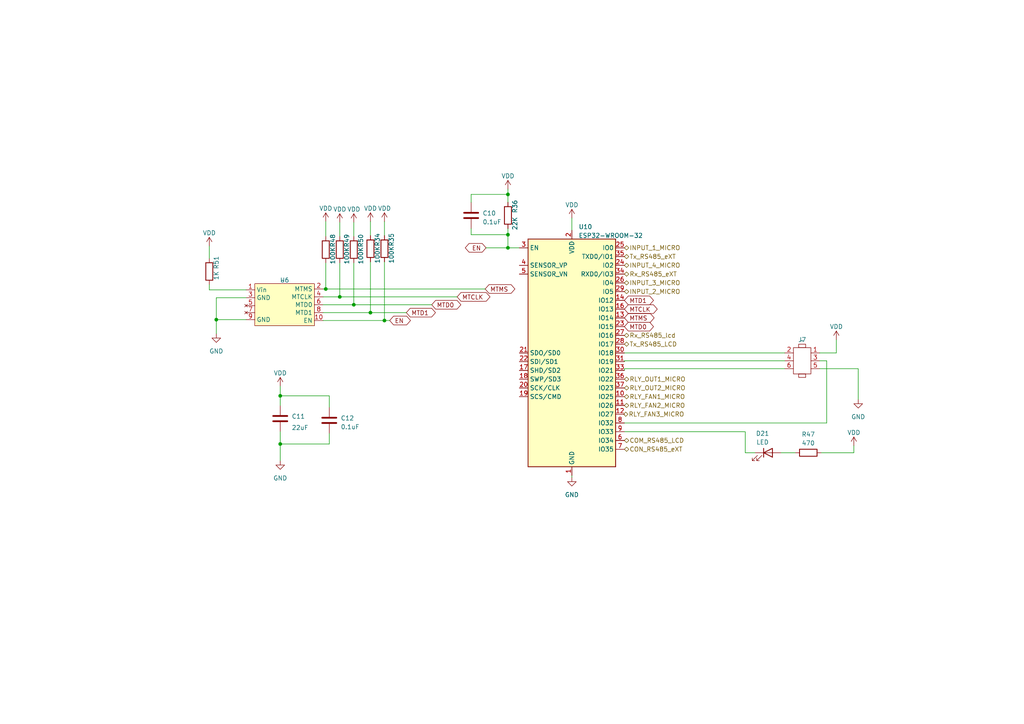
<source format=kicad_sch>
(kicad_sch (version 20230121) (generator eeschema)
  (paper "A4")
  (lib_symbols
    (symbol "Device:C" (pin_numbers hide) (pin_names (offset 0.254))
      (property "Reference" "C" (at 0.635 2.54 0))
      (property "Value" "C" (at 0.635 -2.54 0))
      (symbol "C_0_1"
        (polyline (pts (xy -2.032 -0.762) (xy 2.032 -0.762)) (stroke (width 0.508)))
        (polyline (pts (xy -2.032 0.762) (xy 2.032 0.762)) (stroke (width 0.508)))
      )
      (symbol "C_1_1"
        (pin passive line (at 0 3.81 270) (length 2.794) (name "~") (number "1"))
        (pin passive line (at 0 -3.81 90) (length 2.794) (name "~") (number "2"))
      )
    )
    (symbol "Device:LED" (pin_numbers hide) (pin_names (offset 1.016) hide)
      (property "Reference" "D" (at 0 2.54 0))
      (property "Value" "LED" (at 0 -2.54 0))
      (symbol "LED_0_1"
        (polyline (pts (xy -1.27 -1.27) (xy -1.27 1.27)) (stroke (width 0.254)))
        (polyline (pts (xy -1.27 0) (xy 1.27 0)))
        (polyline (pts (xy 1.27 -1.27) (xy 1.27 1.27) (xy -1.27 0) (xy 1.27 -1.27)) (stroke (width 0.254)))
        (polyline (pts (xy -3.048 -0.762) (xy -4.572 -2.286) (xy -3.81 -2.286) (xy -4.572 -2.286) (xy -4.572 -1.524)))
        (polyline (pts (xy -1.778 -0.762) (xy -3.302 -2.286) (xy -2.54 -2.286) (xy -3.302 -2.286) (xy -3.302 -1.524)))
      )
      (symbol "LED_1_1"
        (pin passive line (at -3.81 0 0) (length 2.54) (name "K") (number "1"))
        (pin passive line (at 3.81 0 180) (length 2.54) (name "A") (number "2"))
      )
    )
    (symbol "Device:R" (pin_numbers hide) (pin_names (offset 0))
      (property "Reference" "R" (at 2.032 0 90))
      (property "Value" "R" (at 0 0 90))
      (symbol "R_0_1"
        (rectangle (start -1.016 -2.54) (end 1.016 2.54) (stroke (width 0.254)))
      )
      (symbol "R_1_1"
        (pin passive line (at 0 3.81 270) (length 1.27) (name "~") (number "1"))
        (pin passive line (at 0 -3.81 90) (length 1.27) (name "~") (number "2"))
      )
    )
    (symbol "New_Library:ESP32-JTAG"
      (property "Reference" "U" (at 0 0 0))
      (symbol "ESP32-JTAG_0_1"
        (rectangle (start -8.128 -1.016) (end 9.144 -13.208) (fill (type background)))
      )
      (symbol "ESP32-JTAG_1_1"
        (pin input line (at -10.668 -2.794 0) (length 2.54) (name "Vin") (number "1"))
        (pin input line (at 11.684 -11.684 180) (length 2.54) (name "EN") (number "10"))
        (pin input line (at 11.684 -2.54 180) (length 2.54) (name "MTMS") (number "2"))
        (pin input line (at -10.668 -5.08 0) (length 2.54) (name "GND") (number "3"))
        (pin input line (at 11.684 -4.826 180) (length 2.54) (name "MTCLK") (number "4"))
        (pin no_connect line (at -10.668 -7.366 0) (length 2.54) (name "") (number "5"))
        (pin input line (at 11.684 -7.112 180) (length 2.54) (name "MTD0") (number "6"))
        (pin no_connect line (at -10.668 -9.398 0) (length 2.54) (name "") (number "7"))
        (pin input line (at 11.684 -9.398 180) (length 2.54) (name "MTD1") (number "8"))
        (pin input line (at -10.668 -11.43 0) (length 2.54) (name "GND") (number "9"))
      )
    )
    (symbol "New_Library:HEADER6-POL"
      (property "Reference" "J" (at 0 0 0))
      (symbol "HEADER6-POL_0_1"
        (rectangle (start -2.54 -2.032) (end 2.54 -9.652))
        (rectangle (start -1.016 -9.652) (end 1.016 -10.668))
        (rectangle (start -1.016 -1.016) (end 1.016 -2.032))
      )
      (symbol "HEADER6-POL_1_1"
        (pin passive line (at 5.08 -3.556 180) (length 2.54) (name "") (number "1"))
        (pin passive line (at -5.08 -3.556 0) (length 2.54) (name "") (number "2"))
        (pin passive line (at 5.08 -5.842 180) (length 2.54) (name "") (number "3"))
        (pin passive line (at -5.08 -5.842 0) (length 2.54) (name "") (number "4"))
        (pin passive line (at 5.08 -8.128 180) (length 2.54) (name "") (number "5"))
        (pin passive line (at -5.08 -8.128 0) (length 2.54) (name "") (number "6"))
      )
    )
    (symbol "RF_Module:ESP32-WROOM-32"
      (property "Reference" "U" (at -12.7 34.29 0))
      (property "Value" "ESP32-WROOM-32" (at 1.27 34.29 0))
      (symbol "ESP32-WROOM-32_0_1"
        (rectangle (start -12.7 33.02) (end 12.7 -33.02) (stroke (width 0.254)) (fill (type background)))
      )
      (symbol "ESP32-WROOM-32_1_1"
        (pin power_in line (at 0 -35.56 90) (length 2.54) (name "GND") (number "1"))
        (pin bidirectional line (at 15.24 -12.7 180) (length 2.54) (name "IO25") (number "10"))
        (pin bidirectional line (at 15.24 -15.24 180) (length 2.54) (name "IO26") (number "11"))
        (pin bidirectional line (at 15.24 -17.78 180) (length 2.54) (name "IO27") (number "12"))
        (pin bidirectional line (at 15.24 10.16 180) (length 2.54) (name "IO14") (number "13"))
        (pin bidirectional line (at 15.24 15.24 180) (length 2.54) (name "IO12") (number "14"))
        (pin passive line (at 0 -35.56 90) (length 2.54) hide (name "GND") (number "15"))
        (pin bidirectional line (at 15.24 12.7 180) (length 2.54) (name "IO13") (number "16"))
        (pin bidirectional line (at -15.24 -5.08 0) (length 2.54) (name "SHD/SD2") (number "17"))
        (pin bidirectional line (at -15.24 -7.62 0) (length 2.54) (name "SWP/SD3") (number "18"))
        (pin bidirectional line (at -15.24 -12.7 0) (length 2.54) (name "SCS/CMD") (number "19"))
        (pin power_in line (at 0 35.56 270) (length 2.54) (name "VDD") (number "2"))
        (pin bidirectional line (at -15.24 -10.16 0) (length 2.54) (name "SCK/CLK") (number "20"))
        (pin bidirectional line (at -15.24 0 0) (length 2.54) (name "SDO/SD0") (number "21"))
        (pin bidirectional line (at -15.24 -2.54 0) (length 2.54) (name "SDI/SD1") (number "22"))
        (pin bidirectional line (at 15.24 7.62 180) (length 2.54) (name "IO15") (number "23"))
        (pin bidirectional line (at 15.24 25.4 180) (length 2.54) (name "IO2") (number "24"))
        (pin bidirectional line (at 15.24 30.48 180) (length 2.54) (name "IO0") (number "25"))
        (pin bidirectional line (at 15.24 20.32 180) (length 2.54) (name "IO4") (number "26"))
        (pin bidirectional line (at 15.24 5.08 180) (length 2.54) (name "IO16") (number "27"))
        (pin bidirectional line (at 15.24 2.54 180) (length 2.54) (name "IO17") (number "28"))
        (pin bidirectional line (at 15.24 17.78 180) (length 2.54) (name "IO5") (number "29"))
        (pin input line (at -15.24 30.48 0) (length 2.54) (name "EN") (number "3"))
        (pin bidirectional line (at 15.24 0 180) (length 2.54) (name "IO18") (number "30"))
        (pin bidirectional line (at 15.24 -2.54 180) (length 2.54) (name "IO19") (number "31"))
        (pin no_connect line (at -12.7 -27.94 0) (length 2.54) hide (name "NC") (number "32"))
        (pin bidirectional line (at 15.24 -5.08 180) (length 2.54) (name "IO21") (number "33"))
        (pin bidirectional line (at 15.24 22.86 180) (length 2.54) (name "RXD0/IO3") (number "34"))
        (pin bidirectional line (at 15.24 27.94 180) (length 2.54) (name "TXD0/IO1") (number "35"))
        (pin bidirectional line (at 15.24 -7.62 180) (length 2.54) (name "IO22") (number "36"))
        (pin bidirectional line (at 15.24 -10.16 180) (length 2.54) (name "IO23") (number "37"))
        (pin passive line (at 0 -35.56 90) (length 2.54) hide (name "GND") (number "38"))
        (pin passive line (at 0 -35.56 90) (length 2.54) hide (name "GND") (number "39"))
        (pin input line (at -15.24 25.4 0) (length 2.54) (name "SENSOR_VP") (number "4"))
        (pin input line (at -15.24 22.86 0) (length 2.54) (name "SENSOR_VN") (number "5"))
        (pin input line (at 15.24 -25.4 180) (length 2.54) (name "IO34") (number "6"))
        (pin input line (at 15.24 -27.94 180) (length 2.54) (name "IO35") (number "7"))
        (pin bidirectional line (at 15.24 -20.32 180) (length 2.54) (name "IO32") (number "8"))
        (pin bidirectional line (at 15.24 -22.86 180) (length 2.54) (name "IO33") (number "9"))
      )
    )
    (symbol "power:GND" (power) (pin_names (offset 0))
      (property "Value" "GND" (at 0 -3.81 0))
      (symbol "GND_0_1"
        (polyline (pts (xy 0 0) (xy 0 -1.27) (xy 1.27 -1.27) (xy 0 -2.54) (xy -1.27 -1.27) (xy 0 -1.27)))
      )
      (symbol "GND_1_1"
        (pin power_in line (at 0 0 270) (length 0) hide (name "GND") (number "1"))
      )
    )
    (symbol "power:VDD" (power) (pin_names (offset 0))
      (property "Value" "VDD" (at 0 3.81 0))
      (symbol "VDD_0_1"
        (polyline (pts (xy -0.762 1.27) (xy 0 2.54)))
        (polyline (pts (xy 0 0) (xy 0 2.54)))
        (polyline (pts (xy 0 2.54) (xy 0.762 1.27)))
      )
      (symbol "VDD_1_1"
        (pin power_in line (at 0 0 90) (length 0) hide (name "VDD") (number "1"))
      )
    )
  )
  (junction (at 81.28 128.778))
  (junction (at 102.616 88.392))
  (junction (at 147.32 68.072))
  (junction (at 62.738 92.71))
  (junction (at 107.442 90.678))
  (junction (at 81.28 114.808))
  (junction (at 98.552 86.106))
  (junction (at 94.488 83.82))
  (junction (at 147.32 56.388))
  (junction (at 147.32 71.882))
  (junction (at 111.506 92.964))
  (wire (pts (xy 111.506 92.964) (xy 113.03 92.964)))
  (wire (pts (xy 102.616 88.392) (xy 125.222 88.392)))
  (wire (pts (xy 239.776 122.682) (xy 181.102 122.682)))
  (wire (pts (xy 93.726 83.82) (xy 94.488 83.82)))
  (wire (pts (xy 81.28 125.222) (xy 81.28 128.778)))
  (wire (pts (xy 98.552 86.106) (xy 132.588 86.106)))
  (wire (pts (xy 60.706 71.374) (xy 60.706 74.93)))
  (wire (pts (xy 102.616 88.392) (xy 102.616 76.2)))
  (wire (pts (xy 71.374 86.36) (xy 62.738 86.36)))
  (wire (pts (xy 147.32 54.864) (xy 147.32 56.388)))
  (wire (pts (xy 95.504 128.778) (xy 95.504 125.73)))
  (wire (pts (xy 95.504 114.808) (xy 81.28 114.808)))
  (wire (pts (xy 93.726 88.392) (xy 102.616 88.392)))
  (wire (pts (xy 136.652 56.388) (xy 147.32 56.388)))
  (wire (pts (xy 216.154 125.222) (xy 216.154 131.318)))
  (wire (pts (xy 94.488 83.82) (xy 140.716 83.82)))
  (wire (pts (xy 147.32 66.294) (xy 147.32 68.072)))
  (wire (pts (xy 181.102 125.222) (xy 216.154 125.222)))
  (wire (pts (xy 239.776 104.648) (xy 239.776 122.682)))
  (wire (pts (xy 237.744 106.934) (xy 248.92 106.934)))
  (wire (pts (xy 111.506 64.262) (xy 111.506 68.326)))
  (wire (pts (xy 147.32 56.388) (xy 147.32 58.674)))
  (wire (pts (xy 227.584 102.362) (xy 181.102 102.362)))
  (wire (pts (xy 181.102 106.934) (xy 181.102 107.442)))
  (wire (pts (xy 81.28 114.808) (xy 81.28 117.602)))
  (wire (pts (xy 94.488 64.262) (xy 94.488 68.58)))
  (wire (pts (xy 242.57 98.552) (xy 242.57 102.362)))
  (wire (pts (xy 93.726 92.964) (xy 111.506 92.964)))
  (wire (pts (xy 71.374 92.71) (xy 62.738 92.71)))
  (wire (pts (xy 93.726 90.678) (xy 107.442 90.678)))
  (wire (pts (xy 147.32 71.882) (xy 150.622 71.882)))
  (wire (pts (xy 107.442 75.946) (xy 107.442 90.678)))
  (wire (pts (xy 147.32 68.072) (xy 147.32 71.882)))
  (wire (pts (xy 136.652 66.294) (xy 136.652 68.072)))
  (wire (pts (xy 62.738 86.36) (xy 62.738 92.71)))
  (wire (pts (xy 136.652 58.674) (xy 136.652 56.388)))
  (wire (pts (xy 94.488 76.2) (xy 94.488 83.82)))
  (wire (pts (xy 60.706 84.074) (xy 71.374 84.074)))
  (wire (pts (xy 140.97 71.882) (xy 147.32 71.882)))
  (wire (pts (xy 98.552 64.516) (xy 98.552 68.58)))
  (wire (pts (xy 247.65 129.286) (xy 247.65 131.318)))
  (wire (pts (xy 62.738 92.71) (xy 62.738 96.774)))
  (wire (pts (xy 227.584 104.648) (xy 181.102 104.648)))
  (wire (pts (xy 216.154 131.318) (xy 218.948 131.318)))
  (wire (pts (xy 237.744 104.648) (xy 239.776 104.648)))
  (wire (pts (xy 165.862 137.922) (xy 165.862 138.43)))
  (wire (pts (xy 107.442 64.262) (xy 107.442 68.326)))
  (wire (pts (xy 227.584 106.934) (xy 181.102 106.934)))
  (wire (pts (xy 107.442 90.678) (xy 117.856 90.678)))
  (wire (pts (xy 81.28 128.778) (xy 95.504 128.778)))
  (wire (pts (xy 248.92 106.934) (xy 248.92 115.824)))
  (wire (pts (xy 95.504 118.11) (xy 95.504 114.808)))
  (wire (pts (xy 226.568 131.318) (xy 230.632 131.318)))
  (wire (pts (xy 98.552 76.2) (xy 98.552 86.106)))
  (wire (pts (xy 165.862 63.246) (xy 165.862 66.802)))
  (wire (pts (xy 81.28 128.778) (xy 81.28 133.604)))
  (wire (pts (xy 238.252 131.318) (xy 247.65 131.318)))
  (wire (pts (xy 136.652 68.072) (xy 147.32 68.072)))
  (wire (pts (xy 102.616 64.516) (xy 102.616 68.58)))
  (wire (pts (xy 93.726 86.106) (xy 98.552 86.106)))
  (wire (pts (xy 81.28 112.014) (xy 81.28 114.808)))
  (wire (pts (xy 242.57 102.362) (xy 237.744 102.362)))
  (wire (pts (xy 181.102 104.648) (xy 181.102 104.902)))
  (wire (pts (xy 180.848 120.142) (xy 181.102 120.142)))
  (wire (pts (xy 60.706 82.55) (xy 60.706 84.074)))
  (wire (pts (xy 111.506 75.946) (xy 111.506 92.964)))
  (global_label "MTD1" (shape bidirectional) (at 181.102 87.122 0) (property "Intersheetrefs" "${INTERSHEET_REFS}" (effects hide)))
  (global_label "EN" (shape bidirectional) (at 113.03 92.964 0) (property "Intersheetrefs" "${INTERSHEET_REFS}" (effects hide)))
  (global_label "EN" (shape bidirectional) (at 140.97 71.882 180) (property "Intersheetrefs" "${INTERSHEET_REFS}" (effects hide)))
  (global_label "MTMS" (shape bidirectional) (at 140.716 83.82 0) (property "Intersheetrefs" "${INTERSHEET_REFS}" (effects hide)))
  (global_label "MTCLK" (shape bidirectional) (at 132.588 86.106 0) (property "Intersheetrefs" "${INTERSHEET_REFS}" (effects hide)))
  (global_label "MTCLK" (shape bidirectional) (at 181.102 89.662 0) (property "Intersheetrefs" "${INTERSHEET_REFS}" (effects hide)))
  (global_label "MTMS" (shape bidirectional) (at 181.102 92.202 0) (property "Intersheetrefs" "${INTERSHEET_REFS}" (effects hide)))
  (global_label "MTD0" (shape bidirectional) (at 181.102 94.742 0) (property "Intersheetrefs" "${INTERSHEET_REFS}" (effects hide)))
  (global_label "MTD1" (shape bidirectional) (at 117.856 90.678 0) (property "Intersheetrefs" "${INTERSHEET_REFS}" (effects hide)))
  (global_label "MTD0" (shape bidirectional) (at 125.222 88.392 0) (property "Intersheetrefs" "${INTERSHEET_REFS}" (effects hide)))
  (hierarchical_label "INPUT_4_MICRO" (shape bidirectional) (at 181.102 76.962 0))
  (hierarchical_label "RLY_FAN3_MICRO" (shape bidirectional) (at 180.848 120.142 0))
  (hierarchical_label "INPUT_1_MICRO" (shape bidirectional) (at 181.102 71.882 0))
  (hierarchical_label "RLY_OUT1_MICRO" (shape bidirectional) (at 181.102 109.982 0))
  (hierarchical_label "Rx_RS485_eXT" (shape bidirectional) (at 181.102 79.502 0))
  (hierarchical_label "Tx_RS485_eXT" (shape bidirectional) (at 181.102 74.422 0))
  (hierarchical_label "INPUT_2_MICRO" (shape bidirectional) (at 181.102 84.582 0))
  (hierarchical_label "Tx_RS485_LCD" (shape bidirectional) (at 181.102 99.822 0))
  (hierarchical_label "CON_RS485_eXT" (shape bidirectional) (at 181.102 130.302 0))
  (hierarchical_label "INPUT_3_MICRO" (shape bidirectional) (at 181.102 82.042 0))
  (hierarchical_label "COM_RS485_LCD" (shape bidirectional) (at 181.102 127.762 0))
  (hierarchical_label "Rx_RS485_lcd" (shape bidirectional) (at 181.102 97.282 0))
  (hierarchical_label "RLY_OUT2_MICRO" (shape bidirectional) (at 181.102 112.522 0))
  (hierarchical_label "RLY_FAN1_MICRO" (shape bidirectional) (at 181.102 115.062 0))
  (hierarchical_label "RLY_FAN2_MICRO" (shape bidirectional) (at 181.102 117.602 0))
  (symbol (lib_id "power:VDD") (at 165.862 63.246 0) (unit 1)
    (property "Reference" "#PWR014" (effects hide))
    (property "Value" "VDD" (at 165.862 59.436 0))
    (instances (project "RoomLink" (path "" (reference "#PWR014") (unit 1)) (path "" (reference "#PWR068") (unit 1))))
  )
  (symbol (lib_id "power:GND") (at 248.92 115.824 0) (unit 1)
    (property "Reference" "#PWR075" (effects hide))
    (property "Value" "GND" (at 248.92 120.904 0))
  )
  (symbol (lib_id "Device:C") (at 136.652 62.484 0) (unit 1)
    (property "Reference" "C10" (at 139.954 61.849 0) (effects (justify left)))
    (property "Value" "0.1uF" (at 139.954 64.389 0) (effects (justify left)))
    (property "Footprint" "Capacitor_SMD:C_0805_2012Metric" (effects hide))
  )
  (symbol (lib_id "power:GND") (at 62.738 96.774 0) (unit 1)
    (property "Reference" "#PWR081" (effects hide))
    (property "Value" "GND" (at 62.738 101.854 0))
  )
  (symbol (lib_id "Device:R") (at 147.32 62.484 0) (unit 1)
    (property "Reference" "R36" (at 149.352 61.849 90) (effects (justify left)))
    (property "Value" "22K" (at 149.352 66.802 90) (effects (justify left)))
    (property "Footprint" "Resistor_SMD:R_0805_2012Metric" (effects hide))
  )
  (symbol (lib_id "Device:R") (at 94.488 72.39 0) (unit 1)
    (property "Reference" "R48" (at 96.52 71.755 90) (effects (justify left)))
    (property "Value" "100K" (at 96.52 76.708 90) (effects (justify left)))
    (property "Footprint" "Resistor_SMD:R_0805_2012Metric" (effects hide))
  )
  (symbol (lib_id "New_Library:HEADER6-POL") (at 232.664 98.806 0) (unit 1)
    (property "Reference" "J7" (at 232.664 98.552 0))
    (property "Value" "~" (at 232.664 98.806 0))
    (property "Footprint" "Connector_PinHeader_2.54mm:PinHeader_2x03_P2.54mm_Vertical" (effects hide))
  )
  (symbol (lib_id "power:GND") (at 165.862 138.43 0) (unit 1)
    (property "Reference" "#PWR071" (effects hide))
    (property "Value" "GND" (at 165.862 143.51 0))
  )
  (symbol (lib_id "Device:LED") (at 222.758 131.318 0) (unit 1)
    (property "Reference" "D21" (at 221.1705 125.73 0))
    (property "Value" "LED" (at 221.1705 128.27 0))
    (property "Footprint" "Diode_SMD:D_0805_2012Metric" (effects hide))
  )
  (symbol (lib_id "power:VDD") (at 247.65 129.286 0) (unit 1)
    (property "Reference" "#PWR014" (effects hide))
    (property "Value" "VDD" (at 247.65 125.476 0))
    (instances (project "RoomLink" (path "" (reference "#PWR014") (unit 1)) (path "" (reference "#PWR074") (unit 1))))
  )
  (symbol (lib_id "Device:C") (at 81.28 121.412 0) (unit 1)
    (property "Reference" "C11" (at 84.582 120.777 0) (effects (justify left)))
    (property "Value" "22uF" (at 84.582 123.317 0) (effects (justify left top)))
    (property "Footprint" "Capacitor_SMD:C_0805_2012Metric" (effects hide))
  )
  (symbol (lib_id "power:VDD") (at 107.442 64.262 0) (unit 1)
    (property "Reference" "#PWR014" (effects hide))
    (property "Value" "VDD" (at 107.442 60.452 0))
    (instances (project "RoomLink" (path "" (reference "#PWR014") (unit 1)) (path "" (reference "#PWR019") (unit 1))))
  )
  (symbol (lib_id "power:GND") (at 81.28 133.604 0) (unit 1)
    (property "Reference" "#PWR072" (effects hide))
    (property "Value" "GND" (at 81.28 138.684 0))
  )
  (symbol (lib_id "Device:C") (at 95.504 121.92 0) (unit 1)
    (property "Reference" "C12" (at 98.806 121.285 0) (effects (justify left)))
    (property "Value" "0.1uF" (at 98.806 123.825 0) (effects (justify left)))
    (property "Footprint" "Capacitor_SMD:C_0805_2012Metric" (effects hide))
  )
  (symbol (lib_id "RF_Module:ESP32-WROOM-32") (at 165.862 102.362 0) (unit 1)
    (property "Reference" "U10" (at 167.8179 65.786 0) (effects (justify left)))
    (property "Value" "ESP32-WROOM-32" (at 167.8179 68.326 0) (effects (justify left)))
    (property "Footprint" "RF_Module:ESP32-WROOM-32" (effects hide))
    (property "Datasheet" "https://www.espressif.com/sites/default/files/documentation/esp32-wroom-32_datasheet_en.pdf" (effects hide))
  )
  (symbol (lib_id "New_Library:ESP32-JTAG") (at 82.042 81.28 0) (unit 1)
    (property "Reference" "U6" (at 82.55 81.28 0))
    (property "Value" "~" (at 82.042 81.28 0))
    (property "Footprint" "Connector_PinHeader_2.54mm:PinHeader_2x05_P2.54mm_Vertical" (effects hide))
  )
  (symbol (lib_id "Device:R") (at 234.442 131.318 90) (unit 1)
    (property "Reference" "R47" (at 234.442 125.984 90))
    (property "Value" "470" (at 234.442 128.524 90))
    (property "Footprint" "Resistor_SMD:R_0805_2012Metric" (effects hide))
  )
  (symbol (lib_id "power:VDD") (at 94.488 64.262 0) (unit 1)
    (property "Reference" "#PWR014" (effects hide))
    (property "Value" "VDD" (at 94.488 60.452 0))
    (instances (project "RoomLink" (path "" (reference "#PWR014") (unit 1)) (path "" (reference "#PWR064") (unit 1))))
  )
  (symbol (lib_id "power:VDD") (at 102.616 64.516 0) (unit 1)
    (property "Reference" "#PWR014" (effects hide))
    (property "Value" "VDD" (at 102.616 60.706 0))
    (instances (project "RoomLink" (path "" (reference "#PWR014") (unit 1)) (path "" (reference "#PWR066") (unit 1))))
  )
  (symbol (lib_id "Device:R") (at 60.706 78.74 0) (unit 1)
    (property "Reference" "R51" (at 62.738 78.105 90) (effects (justify left)))
    (property "Value" "1K" (at 62.738 81.28 90) (effects (justify left)))
    (property "Footprint" "Resistor_SMD:R_0805_2012Metric" (effects hide))
  )
  (symbol (lib_id "power:VDD") (at 147.32 54.864 0) (unit 1)
    (property "Reference" "#PWR014" (effects hide))
    (property "Value" "VDD" (at 147.32 51.054 0))
    (instances (project "RoomLink" (path "" (reference "#PWR014") (unit 1)) (path "" (reference "#PWR069") (unit 1))))
  )
  (symbol (lib_id "Device:R") (at 111.506 72.136 0) (unit 1)
    (property "Reference" "R35" (at 113.538 71.501 90) (effects (justify left)))
    (property "Value" "100K" (at 113.538 76.454 90) (effects (justify left)))
    (property "Footprint" "Resistor_SMD:R_0805_2012Metric" (effects hide))
  )
  (symbol (lib_id "Device:R") (at 98.552 72.39 0) (unit 1)
    (property "Reference" "R49" (at 100.584 71.755 90) (effects (justify left)))
    (property "Value" "100K" (at 100.584 76.708 90) (effects (justify left)))
    (property "Footprint" "Resistor_SMD:R_0805_2012Metric" (effects hide))
  )
  (symbol (lib_id "power:VDD") (at 242.57 98.552 0) (unit 1)
    (property "Reference" "#PWR014" (effects hide))
    (property "Value" "VDD" (at 242.57 94.742 0))
    (instances (project "RoomLink" (path "" (reference "#PWR014") (unit 1)) (path "" (reference "#PWR070") (unit 1))))
  )
  (symbol (lib_id "Device:R") (at 102.616 72.39 0) (unit 1)
    (property "Reference" "R50" (at 104.648 71.755 90) (effects (justify left)))
    (property "Value" "100K" (at 104.648 76.708 90) (effects (justify left)))
    (property "Footprint" "Resistor_SMD:R_0805_2012Metric" (effects hide))
  )
  (symbol (lib_id "power:VDD") (at 60.706 71.374 0) (unit 1)
    (property "Reference" "#PWR014" (effects hide))
    (property "Value" "VDD" (at 60.706 67.564 0))
    (instances (project "RoomLink" (path "" (reference "#PWR014") (unit 1)) (path "" (reference "#PWR020") (unit 1))))
  )
  (symbol (lib_id "power:VDD") (at 111.506 64.262 0) (unit 1)
    (property "Reference" "#PWR014" (effects hide))
    (property "Value" "VDD" (at 111.506 60.452 0))
    (instances (project "RoomLink" (path "" (reference "#PWR014") (unit 1)) (path "" (reference "#PWR067") (unit 1))))
  )
  (symbol (lib_id "Device:R") (at 107.442 72.136 0) (unit 1)
    (property "Reference" "R34" (at 109.474 71.501 90) (effects (justify left)))
    (property "Value" "100K" (at 109.474 76.454 90) (effects (justify left)))
    (property "Footprint" "Resistor_SMD:R_0805_2012Metric" (effects hide))
  )
  (symbol (lib_id "power:VDD") (at 98.552 64.516 0) (unit 1)
    (property "Reference" "#PWR014" (effects hide))
    (property "Value" "VDD" (at 98.552 60.706 0))
    (instances (project "RoomLink" (path "" (reference "#PWR014") (unit 1)) (path "" (reference "#PWR065") (unit 1))))
  )
  (symbol (lib_id "power:VDD") (at 81.28 112.014 0) (unit 1)
    (property "Reference" "#PWR014" (effects hide))
    (property "Value" "VDD" (at 81.28 108.204 0))
    (instances (project "RoomLink" (path "" (reference "#PWR014") (unit 1)) (path "" (reference "#PWR073") (unit 1))))
  )
)
</source>
